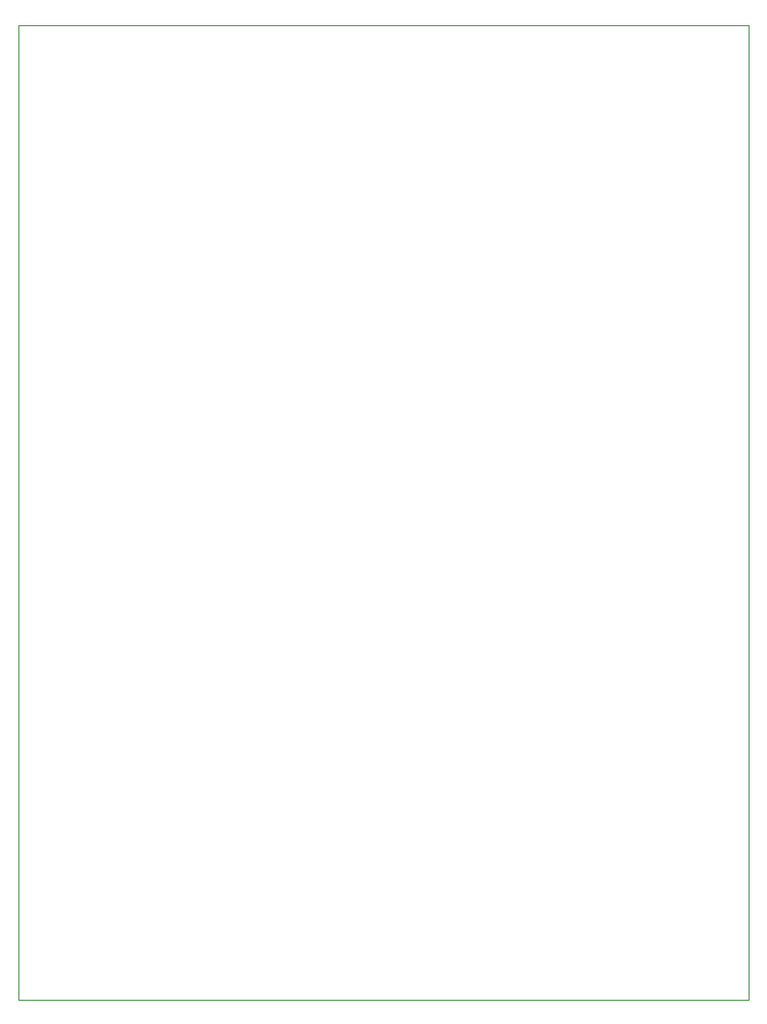
<source format=gbr>
G04 #@! TF.GenerationSoftware,KiCad,Pcbnew,(5.1.5)-3*
G04 #@! TF.CreationDate,2020-04-19T01:14:23-04:00*
G04 #@! TF.ProjectId,Pwr_Diff_Expansion,5077725f-4469-4666-965f-457870616e73,v1*
G04 #@! TF.SameCoordinates,Original*
G04 #@! TF.FileFunction,Profile,NP*
%FSLAX46Y46*%
G04 Gerber Fmt 4.6, Leading zero omitted, Abs format (unit mm)*
G04 Created by KiCad (PCBNEW (5.1.5)-3) date 2020-04-19 01:14:23*
%MOMM*%
%LPD*%
G04 APERTURE LIST*
%ADD10C,0.050000*%
G04 APERTURE END LIST*
D10*
X135111000Y-68647800D02*
X71357000Y-68647800D01*
X135111000Y-153737800D02*
X135111000Y-68647800D01*
X135111000Y-153737800D02*
X71357000Y-153737800D01*
X71357000Y-68647800D02*
X71357000Y-153737800D01*
M02*

</source>
